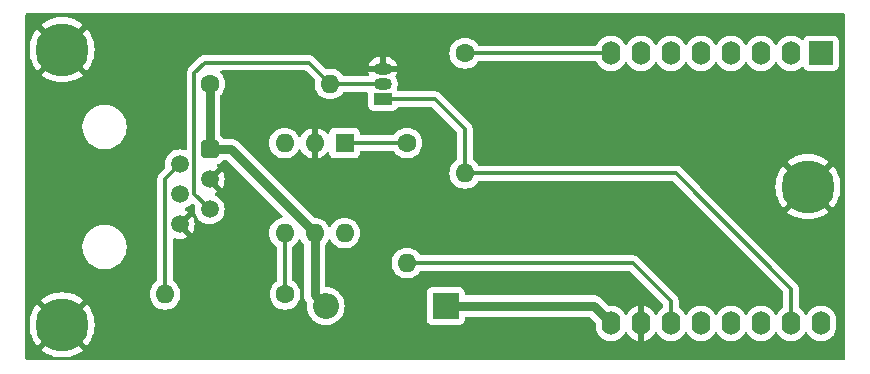
<source format=gbl>
G04 #@! TF.GenerationSoftware,KiCad,Pcbnew,8.0.1*
G04 #@! TF.CreationDate,2024-04-29T21:46:06+02:00*
G04 #@! TF.ProjectId,P1-lezer,50312d6c-657a-4657-922e-6b696361645f,rev?*
G04 #@! TF.SameCoordinates,Original*
G04 #@! TF.FileFunction,Copper,L2,Bot*
G04 #@! TF.FilePolarity,Positive*
%FSLAX46Y46*%
G04 Gerber Fmt 4.6, Leading zero omitted, Abs format (unit mm)*
G04 Created by KiCad (PCBNEW 8.0.1) date 2024-04-29 21:46:06*
%MOMM*%
%LPD*%
G01*
G04 APERTURE LIST*
G04 Aperture macros list*
%AMRoundRect*
0 Rectangle with rounded corners*
0 $1 Rounding radius*
0 $2 $3 $4 $5 $6 $7 $8 $9 X,Y pos of 4 corners*
0 Add a 4 corners polygon primitive as box body*
4,1,4,$2,$3,$4,$5,$6,$7,$8,$9,$2,$3,0*
0 Add four circle primitives for the rounded corners*
1,1,$1+$1,$2,$3*
1,1,$1+$1,$4,$5*
1,1,$1+$1,$6,$7*
1,1,$1+$1,$8,$9*
0 Add four rect primitives between the rounded corners*
20,1,$1+$1,$2,$3,$4,$5,0*
20,1,$1+$1,$4,$5,$6,$7,0*
20,1,$1+$1,$6,$7,$8,$9,0*
20,1,$1+$1,$8,$9,$2,$3,0*%
G04 Aperture macros list end*
G04 #@! TA.AperFunction,ComponentPad*
%ADD10C,1.600000*%
G04 #@! TD*
G04 #@! TA.AperFunction,ComponentPad*
%ADD11O,1.600000X1.600000*%
G04 #@! TD*
G04 #@! TA.AperFunction,ComponentPad*
%ADD12C,3.100000*%
G04 #@! TD*
G04 #@! TA.AperFunction,ConnectorPad*
%ADD13C,4.500000*%
G04 #@! TD*
G04 #@! TA.AperFunction,ComponentPad*
%ADD14R,1.500000X1.050000*%
G04 #@! TD*
G04 #@! TA.AperFunction,ComponentPad*
%ADD15O,1.500000X1.050000*%
G04 #@! TD*
G04 #@! TA.AperFunction,ComponentPad*
%ADD16R,2.000000X2.000000*%
G04 #@! TD*
G04 #@! TA.AperFunction,ComponentPad*
%ADD17O,1.600000X2.000000*%
G04 #@! TD*
G04 #@! TA.AperFunction,ComponentPad*
%ADD18RoundRect,0.250000X-0.510000X0.510000X-0.510000X-0.510000X0.510000X-0.510000X0.510000X0.510000X0*%
G04 #@! TD*
G04 #@! TA.AperFunction,ComponentPad*
%ADD19C,1.520000*%
G04 #@! TD*
G04 #@! TA.AperFunction,ComponentPad*
%ADD20R,1.600000X1.600000*%
G04 #@! TD*
G04 #@! TA.AperFunction,ComponentPad*
%ADD21R,2.200000X2.200000*%
G04 #@! TD*
G04 #@! TA.AperFunction,ComponentPad*
%ADD22O,2.200000X2.200000*%
G04 #@! TD*
G04 #@! TA.AperFunction,Conductor*
%ADD23C,0.300000*%
G04 #@! TD*
G04 #@! TA.AperFunction,Conductor*
%ADD24C,0.800000*%
G04 #@! TD*
G04 APERTURE END LIST*
D10*
X103100000Y-70700000D03*
D11*
X103100000Y-80860000D03*
D12*
X69000000Y-93700000D03*
D13*
X69000000Y-93700000D03*
D10*
X98200000Y-78300000D03*
D11*
X98200000Y-88460000D03*
D14*
X96160000Y-74570000D03*
D15*
X96160000Y-73300000D03*
X96160000Y-72030000D03*
D16*
X133260000Y-70700000D03*
D17*
X130720000Y-70700000D03*
X128180000Y-70700000D03*
X125640000Y-70700000D03*
X123100000Y-70700000D03*
X120560000Y-70700000D03*
X118020000Y-70700000D03*
X115480000Y-70700000D03*
X115480000Y-93560000D03*
X118020000Y-93560000D03*
X120560000Y-93560000D03*
X123100000Y-93560000D03*
X125640000Y-93560000D03*
X128180000Y-93560000D03*
X130720000Y-93560000D03*
X133260000Y-93560000D03*
D10*
X87880000Y-91100000D03*
D11*
X77720000Y-91100000D03*
D18*
X81490000Y-78840000D03*
D19*
X78950000Y-80110000D03*
X81490000Y-81380000D03*
X78950000Y-82650000D03*
X81490000Y-83920000D03*
X78950000Y-85190000D03*
D10*
X81520000Y-73300000D03*
D11*
X91680000Y-73300000D03*
D20*
X92925000Y-78300000D03*
D11*
X90385000Y-78300000D03*
X87845000Y-78300000D03*
X87845000Y-85920000D03*
X90385000Y-85920000D03*
X92925000Y-85920000D03*
D21*
X101480000Y-92100000D03*
D22*
X91320000Y-92100000D03*
D12*
X132150000Y-82000000D03*
D13*
X132150000Y-82000000D03*
D12*
X69000000Y-70400000D03*
D13*
X69000000Y-70400000D03*
D23*
X81100000Y-71500000D02*
X89880000Y-71500000D01*
X80200000Y-72400000D02*
X81100000Y-71500000D01*
X89880000Y-71500000D02*
X91680000Y-73300000D01*
X80200000Y-82630000D02*
X80200000Y-72400000D01*
X81490000Y-83920000D02*
X80200000Y-82630000D01*
X100570000Y-74570000D02*
X103100000Y-77100000D01*
X120960000Y-80860000D02*
X130720000Y-90620000D01*
X103100000Y-77100000D02*
X103100000Y-80860000D01*
X103100000Y-80860000D02*
X120960000Y-80860000D01*
X96160000Y-74570000D02*
X100570000Y-74570000D01*
X130720000Y-93560000D02*
X130720000Y-90620000D01*
D24*
X81490000Y-73330000D02*
X81520000Y-73300000D01*
X81490000Y-78840000D02*
X83305000Y-78840000D01*
X90385000Y-85920000D02*
X90385000Y-91165000D01*
X90385000Y-91165000D02*
X91320000Y-92100000D01*
X81490000Y-78840000D02*
X81490000Y-73330000D01*
X83305000Y-78840000D02*
X90385000Y-85920000D01*
D23*
X91680000Y-73300000D02*
X96160000Y-73300000D01*
X87845000Y-85920000D02*
X87845000Y-91065000D01*
X87845000Y-91065000D02*
X87880000Y-91100000D01*
X103100000Y-70700000D02*
X115480000Y-70700000D01*
X117360000Y-88460000D02*
X98200000Y-88460000D01*
X120560000Y-91660000D02*
X117360000Y-88460000D01*
X120560000Y-93560000D02*
X120560000Y-91660000D01*
X98200000Y-78300000D02*
X92925000Y-78300000D01*
X77720000Y-81340000D02*
X78950000Y-80110000D01*
X77720000Y-91100000D02*
X77720000Y-81340000D01*
D24*
X114020000Y-92100000D02*
X115480000Y-93560000D01*
X101480000Y-92100000D02*
X114020000Y-92100000D01*
G04 #@! TA.AperFunction,Conductor*
G36*
X135242539Y-67320185D02*
G01*
X135288294Y-67372989D01*
X135299500Y-67424500D01*
X135299500Y-96575500D01*
X135279815Y-96642539D01*
X135227011Y-96688294D01*
X135175500Y-96699500D01*
X69062041Y-96699500D01*
X68995123Y-96679850D01*
X68965647Y-96696369D01*
X68937959Y-96699500D01*
X66024500Y-96699500D01*
X65957461Y-96679815D01*
X65911706Y-96627011D01*
X65900500Y-96575500D01*
X65900500Y-93700000D01*
X66244974Y-93700000D01*
X66265060Y-94032076D01*
X66325032Y-94359329D01*
X66423999Y-94676928D01*
X66424005Y-94676943D01*
X66560543Y-94980319D01*
X66560545Y-94980321D01*
X66732657Y-95265031D01*
X66732662Y-95265039D01*
X66885862Y-95460583D01*
X67287766Y-95058679D01*
X67349089Y-95025194D01*
X67418780Y-95030178D01*
X67466071Y-95061724D01*
X67597155Y-95202081D01*
X67597155Y-95202082D01*
X67630802Y-95229456D01*
X67670382Y-95287033D01*
X67672550Y-95356869D01*
X67640227Y-95413324D01*
X67239415Y-95814136D01*
X67239415Y-95814137D01*
X67434960Y-95967337D01*
X67434968Y-95967342D01*
X67719678Y-96139454D01*
X67719680Y-96139456D01*
X68023056Y-96275994D01*
X68023071Y-96276000D01*
X68340670Y-96374967D01*
X68667923Y-96434939D01*
X68945446Y-96451726D01*
X69002541Y-96472309D01*
X69027106Y-96456523D01*
X69054554Y-96451726D01*
X69332076Y-96434939D01*
X69659329Y-96374967D01*
X69976928Y-96276000D01*
X69976943Y-96275994D01*
X70280319Y-96139456D01*
X70280321Y-96139454D01*
X70565030Y-95967343D01*
X70760583Y-95814137D01*
X70760583Y-95814136D01*
X70359771Y-95413324D01*
X70326286Y-95352001D01*
X70331270Y-95282309D01*
X70369197Y-95229455D01*
X70402845Y-95202081D01*
X70533930Y-95061721D01*
X70594071Y-95026165D01*
X70663892Y-95028766D01*
X70712232Y-95058679D01*
X71114136Y-95460583D01*
X71114137Y-95460583D01*
X71267343Y-95265030D01*
X71439454Y-94980321D01*
X71439456Y-94980319D01*
X71575994Y-94676943D01*
X71576000Y-94676928D01*
X71674967Y-94359329D01*
X71734939Y-94032076D01*
X71755025Y-93700000D01*
X71734939Y-93367923D01*
X71674967Y-93040670D01*
X71576000Y-92723071D01*
X71575994Y-92723056D01*
X71439456Y-92419680D01*
X71439454Y-92419678D01*
X71267342Y-92134968D01*
X71267337Y-92134960D01*
X71114136Y-91939415D01*
X70712232Y-92341319D01*
X70650909Y-92374804D01*
X70581217Y-92369820D01*
X70533927Y-92338274D01*
X70402844Y-92197918D01*
X70402843Y-92197917D01*
X70369196Y-92170542D01*
X70329616Y-92112964D01*
X70327448Y-92043128D01*
X70359771Y-91986674D01*
X70760583Y-91585862D01*
X70760583Y-91585861D01*
X70565039Y-91432662D01*
X70565031Y-91432657D01*
X70280321Y-91260545D01*
X70280319Y-91260543D01*
X69976943Y-91124005D01*
X69976928Y-91123999D01*
X69899915Y-91100001D01*
X76414532Y-91100001D01*
X76434364Y-91326686D01*
X76434366Y-91326697D01*
X76493258Y-91546488D01*
X76493261Y-91546497D01*
X76589431Y-91752732D01*
X76589432Y-91752734D01*
X76719954Y-91939141D01*
X76880858Y-92100045D01*
X76906058Y-92117690D01*
X77067266Y-92230568D01*
X77273504Y-92326739D01*
X77493308Y-92385635D01*
X77655230Y-92399801D01*
X77719998Y-92405468D01*
X77720000Y-92405468D01*
X77720002Y-92405468D01*
X77776673Y-92400509D01*
X77946692Y-92385635D01*
X78166496Y-92326739D01*
X78372734Y-92230568D01*
X78559139Y-92100047D01*
X78720047Y-91939139D01*
X78850568Y-91752734D01*
X78946739Y-91546496D01*
X79005635Y-91326692D01*
X79025468Y-91100000D01*
X79005635Y-90873308D01*
X78946739Y-90653504D01*
X78850568Y-90447266D01*
X78752839Y-90307693D01*
X78720045Y-90260858D01*
X78559140Y-90099953D01*
X78423377Y-90004891D01*
X78379752Y-89950314D01*
X78370500Y-89903316D01*
X78370500Y-86500770D01*
X78390185Y-86433731D01*
X78442989Y-86387976D01*
X78512147Y-86378032D01*
X78526594Y-86380995D01*
X78730366Y-86435597D01*
X78730373Y-86435598D01*
X78949998Y-86454813D01*
X78950002Y-86454813D01*
X79169626Y-86435598D01*
X79169634Y-86435597D01*
X79382587Y-86378536D01*
X79382598Y-86378532D01*
X79582402Y-86285362D01*
X79582410Y-86285358D01*
X79646751Y-86240305D01*
X78976446Y-85570000D01*
X79000028Y-85570000D01*
X79096675Y-85544104D01*
X79183325Y-85494076D01*
X79254076Y-85423325D01*
X79304104Y-85336675D01*
X79330000Y-85240028D01*
X79330000Y-85216447D01*
X80000304Y-85886751D01*
X80000305Y-85886751D01*
X80045358Y-85822410D01*
X80045362Y-85822402D01*
X80138532Y-85622598D01*
X80138536Y-85622587D01*
X80195597Y-85409634D01*
X80195598Y-85409626D01*
X80214813Y-85190001D01*
X80214813Y-85189998D01*
X80195598Y-84970373D01*
X80195597Y-84970366D01*
X80138533Y-84757404D01*
X80045360Y-84557595D01*
X80045359Y-84557593D01*
X80000304Y-84493248D01*
X80000304Y-84493247D01*
X79330000Y-85163551D01*
X79330000Y-85139972D01*
X79304104Y-85043325D01*
X79254076Y-84956675D01*
X79183325Y-84885924D01*
X79096675Y-84835896D01*
X79000028Y-84810000D01*
X78976447Y-84810000D01*
X79646751Y-84139694D01*
X79582402Y-84094638D01*
X79449485Y-84032657D01*
X79397046Y-83986484D01*
X79377894Y-83919291D01*
X79398110Y-83852410D01*
X79449481Y-83807895D01*
X79582658Y-83745795D01*
X79763329Y-83619288D01*
X79919288Y-83463329D01*
X79919288Y-83463327D01*
X79920855Y-83461462D01*
X79921754Y-83460863D01*
X79923117Y-83459501D01*
X79923390Y-83459774D01*
X79979023Y-83422754D01*
X80048883Y-83421640D01*
X80103532Y-83453478D01*
X80215775Y-83565721D01*
X80249260Y-83627044D01*
X80247870Y-83685490D01*
X80243910Y-83700269D01*
X80243907Y-83700286D01*
X80224685Y-83919998D01*
X80224685Y-83920001D01*
X80243907Y-84139714D01*
X80243909Y-84139724D01*
X80300990Y-84352755D01*
X80300995Y-84352769D01*
X80394203Y-84552654D01*
X80394207Y-84552662D01*
X80520712Y-84733330D01*
X80676669Y-84889287D01*
X80857337Y-85015792D01*
X80857339Y-85015793D01*
X80857342Y-85015795D01*
X80916381Y-85043325D01*
X81057230Y-85109004D01*
X81057232Y-85109004D01*
X81057237Y-85109007D01*
X81270280Y-85166092D01*
X81427222Y-85179822D01*
X81489998Y-85185315D01*
X81490000Y-85185315D01*
X81490002Y-85185315D01*
X81544930Y-85180509D01*
X81709720Y-85166092D01*
X81922763Y-85109007D01*
X82122658Y-85015795D01*
X82303329Y-84889288D01*
X82459288Y-84733329D01*
X82585795Y-84552658D01*
X82679007Y-84352763D01*
X82736092Y-84139720D01*
X82755315Y-83920000D01*
X82736092Y-83700280D01*
X82682985Y-83502082D01*
X82679009Y-83487244D01*
X82679008Y-83487243D01*
X82679007Y-83487237D01*
X82585795Y-83287343D01*
X82459288Y-83106671D01*
X82459286Y-83106668D01*
X82303330Y-82950712D01*
X82122662Y-82824207D01*
X82122654Y-82824203D01*
X81989486Y-82762106D01*
X81937046Y-82715934D01*
X81917894Y-82648740D01*
X81938110Y-82581859D01*
X81989486Y-82537342D01*
X82122402Y-82475362D01*
X82122410Y-82475358D01*
X82186751Y-82430305D01*
X81516446Y-81760000D01*
X81540028Y-81760000D01*
X81636675Y-81734104D01*
X81723325Y-81684076D01*
X81794076Y-81613325D01*
X81844104Y-81526675D01*
X81870000Y-81430028D01*
X81870000Y-81406447D01*
X82540304Y-82076751D01*
X82540305Y-82076751D01*
X82585358Y-82012410D01*
X82585362Y-82012402D01*
X82678532Y-81812598D01*
X82678536Y-81812587D01*
X82735597Y-81599634D01*
X82735598Y-81599626D01*
X82754813Y-81380001D01*
X82754813Y-81379998D01*
X82735598Y-81160373D01*
X82735597Y-81160366D01*
X82678533Y-80947404D01*
X82585360Y-80747595D01*
X82585359Y-80747593D01*
X82540304Y-80683248D01*
X82540304Y-80683247D01*
X81870000Y-81353551D01*
X81870000Y-81329972D01*
X81844104Y-81233325D01*
X81794076Y-81146675D01*
X81723325Y-81075924D01*
X81636675Y-81025896D01*
X81540028Y-81000000D01*
X81516447Y-81000000D01*
X82186751Y-80329694D01*
X82145738Y-80300977D01*
X82102112Y-80246400D01*
X82094918Y-80176902D01*
X82126440Y-80114547D01*
X82177855Y-80081695D01*
X82319334Y-80034814D01*
X82468656Y-79942712D01*
X82592712Y-79818656D01*
X82597652Y-79810646D01*
X82604588Y-79799403D01*
X82656536Y-79752678D01*
X82710126Y-79740500D01*
X82880638Y-79740500D01*
X82947677Y-79760185D01*
X82968319Y-79776819D01*
X87630134Y-84438634D01*
X87663619Y-84499957D01*
X87658635Y-84569649D01*
X87616763Y-84625582D01*
X87574547Y-84646090D01*
X87398509Y-84693259D01*
X87398502Y-84693261D01*
X87192267Y-84789431D01*
X87192265Y-84789432D01*
X87005858Y-84919954D01*
X86844954Y-85080858D01*
X86714432Y-85267265D01*
X86714431Y-85267267D01*
X86618261Y-85473502D01*
X86618258Y-85473511D01*
X86559366Y-85693302D01*
X86559364Y-85693313D01*
X86539532Y-85919998D01*
X86539532Y-85920001D01*
X86559364Y-86146686D01*
X86559366Y-86146697D01*
X86618258Y-86366488D01*
X86618261Y-86366497D01*
X86714431Y-86572732D01*
X86714432Y-86572734D01*
X86844954Y-86759141D01*
X87005855Y-86920042D01*
X87005858Y-86920044D01*
X87005861Y-86920047D01*
X87141626Y-87015109D01*
X87185248Y-87069683D01*
X87194500Y-87116682D01*
X87194500Y-89927823D01*
X87174815Y-89994862D01*
X87141624Y-90029398D01*
X87040856Y-90099956D01*
X86879954Y-90260858D01*
X86749432Y-90447265D01*
X86749431Y-90447267D01*
X86653261Y-90653502D01*
X86653258Y-90653511D01*
X86594366Y-90873302D01*
X86594364Y-90873313D01*
X86574532Y-91099998D01*
X86574532Y-91100001D01*
X86594364Y-91326686D01*
X86594366Y-91326697D01*
X86653258Y-91546488D01*
X86653261Y-91546497D01*
X86749431Y-91752732D01*
X86749432Y-91752734D01*
X86879954Y-91939141D01*
X87040858Y-92100045D01*
X87066058Y-92117690D01*
X87227266Y-92230568D01*
X87433504Y-92326739D01*
X87653308Y-92385635D01*
X87815230Y-92399801D01*
X87879998Y-92405468D01*
X87880000Y-92405468D01*
X87880002Y-92405468D01*
X87936673Y-92400509D01*
X88106692Y-92385635D01*
X88326496Y-92326739D01*
X88532734Y-92230568D01*
X88719139Y-92100047D01*
X88880047Y-91939139D01*
X89010568Y-91752734D01*
X89106739Y-91546496D01*
X89165635Y-91326692D01*
X89185468Y-91100000D01*
X89165635Y-90873308D01*
X89106739Y-90653504D01*
X89010568Y-90447266D01*
X88912839Y-90307693D01*
X88880045Y-90260858D01*
X88719140Y-90099953D01*
X88548377Y-89980384D01*
X88504752Y-89925807D01*
X88495500Y-89878809D01*
X88495500Y-87116682D01*
X88515185Y-87049643D01*
X88548371Y-87015111D01*
X88684139Y-86920047D01*
X88845047Y-86759139D01*
X88975568Y-86572734D01*
X89002618Y-86514724D01*
X89048790Y-86462285D01*
X89115983Y-86443133D01*
X89182865Y-86463348D01*
X89227382Y-86514725D01*
X89254429Y-86572728D01*
X89254432Y-86572734D01*
X89384951Y-86759137D01*
X89384952Y-86759138D01*
X89384953Y-86759139D01*
X89448182Y-86822368D01*
X89481666Y-86883689D01*
X89484500Y-86910048D01*
X89484500Y-91253696D01*
X89519103Y-91427659D01*
X89519104Y-91427663D01*
X89519105Y-91427666D01*
X89536747Y-91470256D01*
X89586983Y-91591540D01*
X89586990Y-91591552D01*
X89641715Y-91673453D01*
X89641716Y-91673454D01*
X89685537Y-91739038D01*
X89698347Y-91751848D01*
X89731832Y-91813171D01*
X89734284Y-91849257D01*
X89714551Y-92099999D01*
X89734317Y-92351151D01*
X89793126Y-92596110D01*
X89889533Y-92828859D01*
X90021160Y-93043653D01*
X90021161Y-93043656D01*
X90039460Y-93065081D01*
X90184776Y-93235224D01*
X90333066Y-93361875D01*
X90376343Y-93398838D01*
X90376346Y-93398839D01*
X90591140Y-93530466D01*
X90721258Y-93584362D01*
X90823889Y-93626873D01*
X91068852Y-93685683D01*
X91320000Y-93705449D01*
X91571148Y-93685683D01*
X91816111Y-93626873D01*
X92048859Y-93530466D01*
X92263659Y-93398836D01*
X92455224Y-93235224D01*
X92618836Y-93043659D01*
X92750466Y-92828859D01*
X92846873Y-92596111D01*
X92905683Y-92351148D01*
X92925449Y-92100000D01*
X92905683Y-91848852D01*
X92846873Y-91603889D01*
X92775947Y-91432657D01*
X92750466Y-91371140D01*
X92618839Y-91156346D01*
X92618838Y-91156343D01*
X92570716Y-91100000D01*
X92455224Y-90964776D01*
X92324500Y-90853127D01*
X92263656Y-90801161D01*
X92263653Y-90801160D01*
X92048859Y-90669533D01*
X91816110Y-90573126D01*
X91637066Y-90530142D01*
X91571148Y-90514317D01*
X91420690Y-90502475D01*
X91399770Y-90500829D01*
X91334482Y-90475945D01*
X91293012Y-90419713D01*
X91285500Y-90377211D01*
X91285500Y-86910048D01*
X91305185Y-86843009D01*
X91321814Y-86822371D01*
X91385047Y-86759139D01*
X91515568Y-86572734D01*
X91542618Y-86514724D01*
X91588790Y-86462285D01*
X91655983Y-86443133D01*
X91722865Y-86463348D01*
X91767382Y-86514725D01*
X91794429Y-86572728D01*
X91794432Y-86572734D01*
X91924954Y-86759141D01*
X92085858Y-86920045D01*
X92085861Y-86920047D01*
X92272266Y-87050568D01*
X92478504Y-87146739D01*
X92698308Y-87205635D01*
X92860230Y-87219801D01*
X92924998Y-87225468D01*
X92925000Y-87225468D01*
X92925002Y-87225468D01*
X92981673Y-87220509D01*
X93151692Y-87205635D01*
X93371496Y-87146739D01*
X93577734Y-87050568D01*
X93764139Y-86920047D01*
X93925047Y-86759139D01*
X94055568Y-86572734D01*
X94151739Y-86366496D01*
X94210635Y-86146692D01*
X94230468Y-85920000D01*
X94210635Y-85693308D01*
X94151739Y-85473504D01*
X94055568Y-85267266D01*
X93925047Y-85080861D01*
X93925045Y-85080858D01*
X93764141Y-84919954D01*
X93577734Y-84789432D01*
X93577732Y-84789431D01*
X93371497Y-84693261D01*
X93371488Y-84693258D01*
X93151697Y-84634366D01*
X93151693Y-84634365D01*
X93151692Y-84634365D01*
X93151691Y-84634364D01*
X93151686Y-84634364D01*
X92925002Y-84614532D01*
X92924998Y-84614532D01*
X92698313Y-84634364D01*
X92698302Y-84634366D01*
X92478511Y-84693258D01*
X92478502Y-84693261D01*
X92272267Y-84789431D01*
X92272265Y-84789432D01*
X92085858Y-84919954D01*
X91924954Y-85080858D01*
X91794432Y-85267265D01*
X91794431Y-85267267D01*
X91767382Y-85325275D01*
X91721209Y-85377714D01*
X91654016Y-85396866D01*
X91587135Y-85376650D01*
X91542618Y-85325275D01*
X91540262Y-85320222D01*
X91515568Y-85267266D01*
X91385047Y-85080861D01*
X91385045Y-85080858D01*
X91224141Y-84919954D01*
X91037734Y-84789432D01*
X91037732Y-84789431D01*
X90831497Y-84693261D01*
X90831488Y-84693258D01*
X90611697Y-84634366D01*
X90611687Y-84634364D01*
X90394926Y-84615400D01*
X90329858Y-84589947D01*
X90318053Y-84579553D01*
X84038501Y-78300001D01*
X86539532Y-78300001D01*
X86559364Y-78526686D01*
X86559366Y-78526697D01*
X86618258Y-78746488D01*
X86618261Y-78746497D01*
X86714431Y-78952732D01*
X86714432Y-78952734D01*
X86844954Y-79139141D01*
X87005858Y-79300045D01*
X87005861Y-79300047D01*
X87192266Y-79430568D01*
X87398504Y-79526739D01*
X87618308Y-79585635D01*
X87780230Y-79599801D01*
X87844998Y-79605468D01*
X87845000Y-79605468D01*
X87845002Y-79605468D01*
X87901807Y-79600498D01*
X88071692Y-79585635D01*
X88291496Y-79526739D01*
X88497734Y-79430568D01*
X88684139Y-79300047D01*
X88845047Y-79139139D01*
X88975568Y-78952734D01*
X89002895Y-78894129D01*
X89049064Y-78841695D01*
X89116257Y-78822542D01*
X89183139Y-78842757D01*
X89227657Y-78894133D01*
X89254865Y-78952482D01*
X89385342Y-79138820D01*
X89546179Y-79299657D01*
X89732517Y-79430134D01*
X89938673Y-79526265D01*
X89938682Y-79526269D01*
X90134999Y-79578872D01*
X90135000Y-79578871D01*
X90135000Y-78615686D01*
X90139394Y-78620080D01*
X90230606Y-78672741D01*
X90332339Y-78700000D01*
X90437661Y-78700000D01*
X90539394Y-78672741D01*
X90630606Y-78620080D01*
X90635000Y-78615686D01*
X90635000Y-79578872D01*
X90831317Y-79526269D01*
X90831326Y-79526265D01*
X91037482Y-79430134D01*
X91223820Y-79299657D01*
X91384658Y-79138819D01*
X91402190Y-79113781D01*
X91456766Y-79070155D01*
X91526264Y-79062961D01*
X91588619Y-79094482D01*
X91624034Y-79154712D01*
X91627055Y-79171647D01*
X91630907Y-79207480D01*
X91681202Y-79342328D01*
X91681206Y-79342335D01*
X91767452Y-79457544D01*
X91767455Y-79457547D01*
X91882664Y-79543793D01*
X91882671Y-79543797D01*
X92017517Y-79594091D01*
X92017516Y-79594091D01*
X92024444Y-79594835D01*
X92077127Y-79600500D01*
X93772872Y-79600499D01*
X93832483Y-79594091D01*
X93967331Y-79543796D01*
X94082546Y-79457546D01*
X94168796Y-79342331D01*
X94219091Y-79207483D01*
X94225500Y-79147873D01*
X94225500Y-79074500D01*
X94245185Y-79007461D01*
X94297989Y-78961706D01*
X94349500Y-78950500D01*
X97003317Y-78950500D01*
X97070356Y-78970185D01*
X97104892Y-79003377D01*
X97199954Y-79139141D01*
X97360858Y-79300045D01*
X97360861Y-79300047D01*
X97547266Y-79430568D01*
X97753504Y-79526739D01*
X97973308Y-79585635D01*
X98135230Y-79599801D01*
X98199998Y-79605468D01*
X98200000Y-79605468D01*
X98200002Y-79605468D01*
X98256807Y-79600498D01*
X98426692Y-79585635D01*
X98646496Y-79526739D01*
X98852734Y-79430568D01*
X99039139Y-79300047D01*
X99200047Y-79139139D01*
X99330568Y-78952734D01*
X99426739Y-78746496D01*
X99485635Y-78526692D01*
X99505468Y-78300000D01*
X99485635Y-78073308D01*
X99428840Y-77861344D01*
X99426741Y-77853511D01*
X99426738Y-77853502D01*
X99391277Y-77777457D01*
X99330568Y-77647266D01*
X99200047Y-77460861D01*
X99200045Y-77460858D01*
X99039141Y-77299954D01*
X98852734Y-77169432D01*
X98852732Y-77169431D01*
X98646497Y-77073261D01*
X98646488Y-77073258D01*
X98426697Y-77014366D01*
X98426693Y-77014365D01*
X98426692Y-77014365D01*
X98426691Y-77014364D01*
X98426686Y-77014364D01*
X98200002Y-76994532D01*
X98199998Y-76994532D01*
X97973313Y-77014364D01*
X97973302Y-77014366D01*
X97753511Y-77073258D01*
X97753502Y-77073261D01*
X97547267Y-77169431D01*
X97547265Y-77169432D01*
X97360858Y-77299954D01*
X97199954Y-77460858D01*
X97104892Y-77596623D01*
X97050315Y-77640248D01*
X97003317Y-77649500D01*
X94349499Y-77649500D01*
X94282460Y-77629815D01*
X94236705Y-77577011D01*
X94225499Y-77525500D01*
X94225499Y-77452129D01*
X94225498Y-77452123D01*
X94219091Y-77392516D01*
X94168797Y-77257671D01*
X94168793Y-77257664D01*
X94082547Y-77142455D01*
X94082544Y-77142452D01*
X93967335Y-77056206D01*
X93967328Y-77056202D01*
X93832482Y-77005908D01*
X93832483Y-77005908D01*
X93772883Y-76999501D01*
X93772881Y-76999500D01*
X93772873Y-76999500D01*
X93772864Y-76999500D01*
X92077129Y-76999500D01*
X92077123Y-76999501D01*
X92017516Y-77005908D01*
X91882671Y-77056202D01*
X91882664Y-77056206D01*
X91767455Y-77142452D01*
X91767452Y-77142455D01*
X91681206Y-77257664D01*
X91681202Y-77257671D01*
X91630908Y-77392517D01*
X91627056Y-77428352D01*
X91600318Y-77492903D01*
X91542926Y-77532752D01*
X91473101Y-77535245D01*
X91413012Y-77499593D01*
X91402192Y-77486221D01*
X91384657Y-77461179D01*
X91223820Y-77300342D01*
X91037482Y-77169865D01*
X90831328Y-77073734D01*
X90635000Y-77021127D01*
X90635000Y-77984314D01*
X90630606Y-77979920D01*
X90539394Y-77927259D01*
X90437661Y-77900000D01*
X90332339Y-77900000D01*
X90230606Y-77927259D01*
X90139394Y-77979920D01*
X90135000Y-77984314D01*
X90135000Y-77021127D01*
X89938671Y-77073734D01*
X89732517Y-77169865D01*
X89546179Y-77300342D01*
X89385342Y-77461179D01*
X89254867Y-77647515D01*
X89227657Y-77705867D01*
X89181484Y-77758306D01*
X89114290Y-77777457D01*
X89047409Y-77757241D01*
X89002893Y-77705865D01*
X88995066Y-77689081D01*
X88975568Y-77647266D01*
X88845047Y-77460861D01*
X88845045Y-77460858D01*
X88684141Y-77299954D01*
X88497734Y-77169432D01*
X88497732Y-77169431D01*
X88291497Y-77073261D01*
X88291488Y-77073258D01*
X88071697Y-77014366D01*
X88071693Y-77014365D01*
X88071692Y-77014365D01*
X88071691Y-77014364D01*
X88071686Y-77014364D01*
X87845002Y-76994532D01*
X87844998Y-76994532D01*
X87618313Y-77014364D01*
X87618302Y-77014366D01*
X87398511Y-77073258D01*
X87398502Y-77073261D01*
X87192267Y-77169431D01*
X87192265Y-77169432D01*
X87005858Y-77299954D01*
X86844954Y-77460858D01*
X86714432Y-77647265D01*
X86714431Y-77647267D01*
X86618261Y-77853502D01*
X86618258Y-77853511D01*
X86559366Y-78073302D01*
X86559364Y-78073313D01*
X86539532Y-78299998D01*
X86539532Y-78300001D01*
X84038501Y-78300001D01*
X83879035Y-78140535D01*
X83879030Y-78140531D01*
X83819961Y-78101064D01*
X83819960Y-78101063D01*
X83731544Y-78041985D01*
X83731542Y-78041984D01*
X83649607Y-78008046D01*
X83649606Y-78008046D01*
X83567666Y-77974105D01*
X83567658Y-77974103D01*
X83393696Y-77939500D01*
X83393692Y-77939500D01*
X83393691Y-77939500D01*
X82710126Y-77939500D01*
X82643087Y-77919815D01*
X82604588Y-77880597D01*
X82592714Y-77861347D01*
X82592711Y-77861343D01*
X82468656Y-77737288D01*
X82468652Y-77737285D01*
X82449403Y-77725412D01*
X82402678Y-77673464D01*
X82390500Y-77619874D01*
X82390500Y-74320048D01*
X82410185Y-74253009D01*
X82426814Y-74232371D01*
X82520047Y-74139139D01*
X82650568Y-73952734D01*
X82746739Y-73746496D01*
X82805635Y-73526692D01*
X82825468Y-73300000D01*
X82805635Y-73073308D01*
X82746739Y-72853504D01*
X82650568Y-72647266D01*
X82520047Y-72460861D01*
X82520045Y-72460858D01*
X82421368Y-72362181D01*
X82387883Y-72300858D01*
X82392867Y-72231166D01*
X82434739Y-72175233D01*
X82500203Y-72150816D01*
X82509049Y-72150500D01*
X89559192Y-72150500D01*
X89626231Y-72170185D01*
X89646873Y-72186819D01*
X90373115Y-72913061D01*
X90406600Y-72974384D01*
X90405209Y-73032834D01*
X90394367Y-73073299D01*
X90394364Y-73073313D01*
X90374532Y-73299998D01*
X90374532Y-73300001D01*
X90394364Y-73526686D01*
X90394366Y-73526697D01*
X90453258Y-73746488D01*
X90453261Y-73746497D01*
X90549431Y-73952732D01*
X90549432Y-73952734D01*
X90679954Y-74139141D01*
X90840858Y-74300045D01*
X90840861Y-74300047D01*
X91027266Y-74430568D01*
X91233504Y-74526739D01*
X91453308Y-74585635D01*
X91615230Y-74599801D01*
X91679998Y-74605468D01*
X91680000Y-74605468D01*
X91680002Y-74605468D01*
X91736673Y-74600509D01*
X91906692Y-74585635D01*
X92126496Y-74526739D01*
X92332734Y-74430568D01*
X92519139Y-74300047D01*
X92680047Y-74139139D01*
X92744255Y-74047438D01*
X92775108Y-74003377D01*
X92829685Y-73959752D01*
X92876683Y-73950500D01*
X94785500Y-73950500D01*
X94852539Y-73970185D01*
X94898294Y-74022989D01*
X94909500Y-74074500D01*
X94909500Y-75142870D01*
X94909501Y-75142876D01*
X94915908Y-75202483D01*
X94966202Y-75337328D01*
X94966206Y-75337335D01*
X95052452Y-75452544D01*
X95052455Y-75452547D01*
X95167664Y-75538793D01*
X95167671Y-75538797D01*
X95302517Y-75589091D01*
X95302516Y-75589091D01*
X95309444Y-75589835D01*
X95362127Y-75595500D01*
X96957872Y-75595499D01*
X97017483Y-75589091D01*
X97152331Y-75538796D01*
X97267546Y-75452546D01*
X97353796Y-75337331D01*
X97367285Y-75301166D01*
X97409157Y-75245233D01*
X97474621Y-75220816D01*
X97483467Y-75220500D01*
X100249192Y-75220500D01*
X100316231Y-75240185D01*
X100336873Y-75256819D01*
X102413181Y-77333127D01*
X102446666Y-77394450D01*
X102449500Y-77420808D01*
X102449500Y-79663316D01*
X102429815Y-79730355D01*
X102396623Y-79764891D01*
X102260859Y-79859953D01*
X102099954Y-80020858D01*
X101969432Y-80207265D01*
X101969431Y-80207267D01*
X101873261Y-80413502D01*
X101873258Y-80413511D01*
X101814366Y-80633302D01*
X101814364Y-80633313D01*
X101794532Y-80859998D01*
X101794532Y-80860001D01*
X101814364Y-81086686D01*
X101814366Y-81086697D01*
X101873258Y-81306488D01*
X101873261Y-81306497D01*
X101969431Y-81512732D01*
X101969432Y-81512734D01*
X102099954Y-81699141D01*
X102260858Y-81860045D01*
X102260861Y-81860047D01*
X102447266Y-81990568D01*
X102653504Y-82086739D01*
X102873308Y-82145635D01*
X103035230Y-82159801D01*
X103099998Y-82165468D01*
X103100000Y-82165468D01*
X103100002Y-82165468D01*
X103156673Y-82160509D01*
X103326692Y-82145635D01*
X103546496Y-82086739D01*
X103752734Y-81990568D01*
X103939139Y-81860047D01*
X104100047Y-81699139D01*
X104195108Y-81563377D01*
X104249685Y-81519752D01*
X104296683Y-81510500D01*
X120639192Y-81510500D01*
X120706231Y-81530185D01*
X120726873Y-81546819D01*
X130033181Y-90853127D01*
X130066666Y-90914450D01*
X130069500Y-90940808D01*
X130069500Y-92161928D01*
X130049815Y-92228967D01*
X130018385Y-92262246D01*
X129872787Y-92368028D01*
X129872782Y-92368032D01*
X129728028Y-92512786D01*
X129607715Y-92678386D01*
X129560485Y-92771080D01*
X129512510Y-92821876D01*
X129444689Y-92838671D01*
X129378554Y-92816134D01*
X129339515Y-92771080D01*
X129292419Y-92678650D01*
X129292287Y-92678390D01*
X129258659Y-92632104D01*
X129171971Y-92512786D01*
X129027213Y-92368028D01*
X128861613Y-92247715D01*
X128861612Y-92247714D01*
X128861610Y-92247713D01*
X128781542Y-92206916D01*
X128679223Y-92154781D01*
X128484534Y-92091522D01*
X128309995Y-92063878D01*
X128282352Y-92059500D01*
X128077648Y-92059500D01*
X128053329Y-92063351D01*
X127875465Y-92091522D01*
X127680776Y-92154781D01*
X127498386Y-92247715D01*
X127332786Y-92368028D01*
X127188028Y-92512786D01*
X127067715Y-92678386D01*
X127020485Y-92771080D01*
X126972510Y-92821876D01*
X126904689Y-92838671D01*
X126838554Y-92816134D01*
X126799515Y-92771080D01*
X126752419Y-92678650D01*
X126752287Y-92678390D01*
X126718659Y-92632104D01*
X126631971Y-92512786D01*
X126487213Y-92368028D01*
X126321613Y-92247715D01*
X126321612Y-92247714D01*
X126321610Y-92247713D01*
X126241542Y-92206916D01*
X126139223Y-92154781D01*
X125944534Y-92091522D01*
X125769995Y-92063878D01*
X125742352Y-92059500D01*
X125537648Y-92059500D01*
X125513329Y-92063351D01*
X125335465Y-92091522D01*
X125140776Y-92154781D01*
X124958386Y-92247715D01*
X124792786Y-92368028D01*
X124648028Y-92512786D01*
X124527715Y-92678386D01*
X124480485Y-92771080D01*
X124432510Y-92821876D01*
X124364689Y-92838671D01*
X124298554Y-92816134D01*
X124259515Y-92771080D01*
X124212419Y-92678650D01*
X124212287Y-92678390D01*
X124178659Y-92632104D01*
X124091971Y-92512786D01*
X123947213Y-92368028D01*
X123781613Y-92247715D01*
X123781612Y-92247714D01*
X123781610Y-92247713D01*
X123701542Y-92206916D01*
X123599223Y-92154781D01*
X123404534Y-92091522D01*
X123229995Y-92063878D01*
X123202352Y-92059500D01*
X122997648Y-92059500D01*
X122973329Y-92063351D01*
X122795465Y-92091522D01*
X122600776Y-92154781D01*
X122418386Y-92247715D01*
X122252786Y-92368028D01*
X122108028Y-92512786D01*
X121987715Y-92678386D01*
X121940485Y-92771080D01*
X121892510Y-92821876D01*
X121824689Y-92838671D01*
X121758554Y-92816134D01*
X121719515Y-92771080D01*
X121672419Y-92678650D01*
X121672287Y-92678390D01*
X121638659Y-92632104D01*
X121551971Y-92512786D01*
X121407217Y-92368032D01*
X121407212Y-92368028D01*
X121261615Y-92262246D01*
X121218949Y-92206916D01*
X121210500Y-92161928D01*
X121210500Y-91595928D01*
X121185501Y-91470256D01*
X121185499Y-91470251D01*
X121136466Y-91351875D01*
X121136461Y-91351867D01*
X121103133Y-91301988D01*
X121103133Y-91301987D01*
X121065277Y-91245331D01*
X121065271Y-91245324D01*
X117774673Y-87954726D01*
X117739591Y-87931285D01*
X117668127Y-87883535D01*
X117549744Y-87834499D01*
X117549738Y-87834497D01*
X117424071Y-87809500D01*
X117424069Y-87809500D01*
X99396683Y-87809500D01*
X99329644Y-87789815D01*
X99295108Y-87756623D01*
X99200045Y-87620858D01*
X99039141Y-87459954D01*
X98852734Y-87329432D01*
X98852732Y-87329431D01*
X98646497Y-87233261D01*
X98646488Y-87233258D01*
X98426697Y-87174366D01*
X98426693Y-87174365D01*
X98426692Y-87174365D01*
X98426691Y-87174364D01*
X98426686Y-87174364D01*
X98200002Y-87154532D01*
X98199998Y-87154532D01*
X97973313Y-87174364D01*
X97973302Y-87174366D01*
X97753511Y-87233258D01*
X97753502Y-87233261D01*
X97547267Y-87329431D01*
X97547265Y-87329432D01*
X97360858Y-87459954D01*
X97199954Y-87620858D01*
X97069432Y-87807265D01*
X97069431Y-87807267D01*
X96973261Y-88013502D01*
X96973258Y-88013511D01*
X96914366Y-88233302D01*
X96914364Y-88233313D01*
X96894532Y-88459998D01*
X96894532Y-88460001D01*
X96914364Y-88686686D01*
X96914366Y-88686697D01*
X96973258Y-88906488D01*
X96973261Y-88906497D01*
X97069431Y-89112732D01*
X97069432Y-89112734D01*
X97199954Y-89299141D01*
X97360858Y-89460045D01*
X97360861Y-89460047D01*
X97547266Y-89590568D01*
X97753504Y-89686739D01*
X97973308Y-89745635D01*
X98135230Y-89759801D01*
X98199998Y-89765468D01*
X98200000Y-89765468D01*
X98200002Y-89765468D01*
X98256673Y-89760509D01*
X98426692Y-89745635D01*
X98646496Y-89686739D01*
X98852734Y-89590568D01*
X99039139Y-89460047D01*
X99200047Y-89299139D01*
X99295108Y-89163377D01*
X99349685Y-89119752D01*
X99396683Y-89110500D01*
X117039192Y-89110500D01*
X117106231Y-89130185D01*
X117126873Y-89146819D01*
X119873181Y-91893127D01*
X119906666Y-91954450D01*
X119909500Y-91980808D01*
X119909500Y-92161928D01*
X119889815Y-92228967D01*
X119858385Y-92262246D01*
X119712787Y-92368028D01*
X119712782Y-92368032D01*
X119568028Y-92512786D01*
X119447713Y-92678388D01*
X119400203Y-92771630D01*
X119352228Y-92822426D01*
X119284407Y-92839220D01*
X119218272Y-92816682D01*
X119179234Y-92771628D01*
X119131861Y-92678652D01*
X119011582Y-92513105D01*
X119011582Y-92513104D01*
X118866895Y-92368417D01*
X118701349Y-92248140D01*
X118519029Y-92155244D01*
X118324413Y-92092009D01*
X118270000Y-92083390D01*
X118270000Y-93126988D01*
X118212993Y-93094075D01*
X118085826Y-93060000D01*
X117954174Y-93060000D01*
X117827007Y-93094075D01*
X117770000Y-93126988D01*
X117770000Y-92083390D01*
X117715586Y-92092009D01*
X117520970Y-92155244D01*
X117338650Y-92248140D01*
X117173105Y-92368417D01*
X117173104Y-92368417D01*
X117028417Y-92513104D01*
X117028417Y-92513105D01*
X116908140Y-92678650D01*
X116860765Y-92771629D01*
X116812790Y-92822425D01*
X116744969Y-92839220D01*
X116678834Y-92816682D01*
X116639795Y-92771629D01*
X116592419Y-92678650D01*
X116592287Y-92678390D01*
X116558659Y-92632104D01*
X116471971Y-92512786D01*
X116327213Y-92368028D01*
X116161613Y-92247715D01*
X116161612Y-92247714D01*
X116161610Y-92247713D01*
X116081542Y-92206916D01*
X115979223Y-92154781D01*
X115784534Y-92091522D01*
X115609995Y-92063878D01*
X115582352Y-92059500D01*
X115377648Y-92059500D01*
X115332443Y-92066659D01*
X115263151Y-92057704D01*
X115225367Y-92031867D01*
X114594039Y-91400538D01*
X114594038Y-91400537D01*
X114483521Y-91326693D01*
X114483519Y-91326691D01*
X114446548Y-91301988D01*
X114446547Y-91301987D01*
X114446545Y-91301986D01*
X114446542Y-91301984D01*
X114364607Y-91268046D01*
X114364606Y-91268046D01*
X114282666Y-91234105D01*
X114282658Y-91234103D01*
X114108696Y-91199500D01*
X114108692Y-91199500D01*
X114108691Y-91199500D01*
X103204499Y-91199500D01*
X103137460Y-91179815D01*
X103091705Y-91127011D01*
X103080499Y-91075500D01*
X103080499Y-90952129D01*
X103080498Y-90952123D01*
X103080497Y-90952116D01*
X103074091Y-90892517D01*
X103066928Y-90873313D01*
X103023797Y-90757671D01*
X103023793Y-90757664D01*
X102937547Y-90642455D01*
X102937544Y-90642452D01*
X102822335Y-90556206D01*
X102822328Y-90556202D01*
X102687482Y-90505908D01*
X102687483Y-90505908D01*
X102627883Y-90499501D01*
X102627881Y-90499500D01*
X102627873Y-90499500D01*
X102627864Y-90499500D01*
X100332129Y-90499500D01*
X100332123Y-90499501D01*
X100272516Y-90505908D01*
X100137671Y-90556202D01*
X100137664Y-90556206D01*
X100022455Y-90642452D01*
X100022452Y-90642455D01*
X99936206Y-90757664D01*
X99936202Y-90757671D01*
X99885908Y-90892517D01*
X99880717Y-90940808D01*
X99879501Y-90952123D01*
X99879500Y-90952135D01*
X99879500Y-93247870D01*
X99879501Y-93247876D01*
X99885908Y-93307483D01*
X99936202Y-93442328D01*
X99936206Y-93442335D01*
X100022452Y-93557544D01*
X100022455Y-93557547D01*
X100137664Y-93643793D01*
X100137671Y-93643797D01*
X100272517Y-93694091D01*
X100272516Y-93694091D01*
X100279444Y-93694835D01*
X100332127Y-93700500D01*
X102627872Y-93700499D01*
X102687483Y-93694091D01*
X102822331Y-93643796D01*
X102937546Y-93557546D01*
X103023796Y-93442331D01*
X103074091Y-93307483D01*
X103080500Y-93247873D01*
X103080500Y-93124500D01*
X103100185Y-93057461D01*
X103152989Y-93011706D01*
X103204500Y-93000500D01*
X113595638Y-93000500D01*
X113662677Y-93020185D01*
X113683319Y-93036819D01*
X114143181Y-93496681D01*
X114176666Y-93558004D01*
X114179500Y-93584362D01*
X114179500Y-93862351D01*
X114211522Y-94064534D01*
X114274781Y-94259223D01*
X114367715Y-94441613D01*
X114488028Y-94607213D01*
X114632786Y-94751971D01*
X114787749Y-94864556D01*
X114798390Y-94872287D01*
X114914607Y-94931503D01*
X114980776Y-94965218D01*
X114980778Y-94965218D01*
X114980781Y-94965220D01*
X115078802Y-94997069D01*
X115175465Y-95028477D01*
X115276557Y-95044488D01*
X115377648Y-95060500D01*
X115377649Y-95060500D01*
X115582351Y-95060500D01*
X115582352Y-95060500D01*
X115784534Y-95028477D01*
X115979219Y-94965220D01*
X116161610Y-94872287D01*
X116254590Y-94804732D01*
X116327213Y-94751971D01*
X116327215Y-94751968D01*
X116327219Y-94751966D01*
X116471966Y-94607219D01*
X116471968Y-94607215D01*
X116471971Y-94607213D01*
X116592284Y-94441614D01*
X116592286Y-94441611D01*
X116592287Y-94441610D01*
X116639795Y-94348369D01*
X116687770Y-94297574D01*
X116755591Y-94280779D01*
X116821725Y-94303316D01*
X116860765Y-94348370D01*
X116908140Y-94441349D01*
X117028417Y-94606894D01*
X117028417Y-94606895D01*
X117173104Y-94751582D01*
X117338650Y-94871859D01*
X117520968Y-94964754D01*
X117715578Y-95027988D01*
X117770000Y-95036607D01*
X117770000Y-93993012D01*
X117827007Y-94025925D01*
X117954174Y-94060000D01*
X118085826Y-94060000D01*
X118212993Y-94025925D01*
X118270000Y-93993012D01*
X118270000Y-95036606D01*
X118324421Y-95027988D01*
X118519031Y-94964754D01*
X118701349Y-94871859D01*
X118866894Y-94751582D01*
X118866895Y-94751582D01*
X119011582Y-94606895D01*
X119011582Y-94606894D01*
X119131861Y-94441347D01*
X119179234Y-94348371D01*
X119227208Y-94297575D01*
X119295028Y-94280779D01*
X119361164Y-94303316D01*
X119400203Y-94348369D01*
X119447713Y-94441611D01*
X119568028Y-94607213D01*
X119712786Y-94751971D01*
X119867749Y-94864556D01*
X119878390Y-94872287D01*
X119994607Y-94931503D01*
X120060776Y-94965218D01*
X120060778Y-94965218D01*
X120060781Y-94965220D01*
X120158802Y-94997069D01*
X120255465Y-95028477D01*
X120356557Y-95044488D01*
X120457648Y-95060500D01*
X120457649Y-95060500D01*
X120662351Y-95060500D01*
X120662352Y-95060500D01*
X120864534Y-95028477D01*
X121059219Y-94965220D01*
X121241610Y-94872287D01*
X121334590Y-94804732D01*
X121407213Y-94751971D01*
X121407215Y-94751968D01*
X121407219Y-94751966D01*
X121551966Y-94607219D01*
X121551968Y-94607215D01*
X121551971Y-94607213D01*
X121672284Y-94441614D01*
X121672286Y-94441611D01*
X121672287Y-94441610D01*
X121719516Y-94348917D01*
X121767489Y-94298123D01*
X121835310Y-94281328D01*
X121901445Y-94303865D01*
X121940485Y-94348919D01*
X121987715Y-94441614D01*
X122108028Y-94607213D01*
X122252786Y-94751971D01*
X122407749Y-94864556D01*
X122418390Y-94872287D01*
X122534607Y-94931503D01*
X122600776Y-94965218D01*
X122600778Y-94965218D01*
X122600781Y-94965220D01*
X122698802Y-94997069D01*
X122795465Y-95028477D01*
X122896557Y-95044488D01*
X122997648Y-95060500D01*
X122997649Y-95060500D01*
X123202351Y-95060500D01*
X123202352Y-95060500D01*
X123404534Y-95028477D01*
X123599219Y-94965220D01*
X123781610Y-94872287D01*
X123874590Y-94804732D01*
X123947213Y-94751971D01*
X123947215Y-94751968D01*
X123947219Y-94751966D01*
X124091966Y-94607219D01*
X124091968Y-94607215D01*
X124091971Y-94607213D01*
X124212284Y-94441614D01*
X124212286Y-94441611D01*
X124212287Y-94441610D01*
X124259516Y-94348917D01*
X124307489Y-94298123D01*
X124375310Y-94281328D01*
X124441445Y-94303865D01*
X124480485Y-94348919D01*
X124527715Y-94441614D01*
X124648028Y-94607213D01*
X124792786Y-94751971D01*
X124947749Y-94864556D01*
X124958390Y-94872287D01*
X125074607Y-94931503D01*
X125140776Y-94965218D01*
X125140778Y-94965218D01*
X125140781Y-94965220D01*
X125238802Y-94997069D01*
X125335465Y-95028477D01*
X125436557Y-95044488D01*
X125537648Y-95060500D01*
X125537649Y-95060500D01*
X125742351Y-95060500D01*
X125742352Y-95060500D01*
X125944534Y-95028477D01*
X126139219Y-94965220D01*
X126321610Y-94872287D01*
X126414590Y-94804732D01*
X126487213Y-94751971D01*
X126487215Y-94751968D01*
X126487219Y-94751966D01*
X126631966Y-94607219D01*
X126631968Y-94607215D01*
X126631971Y-94607213D01*
X126752284Y-94441614D01*
X126752286Y-94441611D01*
X126752287Y-94441610D01*
X126799516Y-94348917D01*
X126847489Y-94298123D01*
X126915310Y-94281328D01*
X126981445Y-94303865D01*
X127020485Y-94348919D01*
X127067715Y-94441614D01*
X127188028Y-94607213D01*
X127332786Y-94751971D01*
X127487749Y-94864556D01*
X127498390Y-94872287D01*
X127614607Y-94931503D01*
X127680776Y-94965218D01*
X127680778Y-94965218D01*
X127680781Y-94965220D01*
X127778802Y-94997069D01*
X127875465Y-95028477D01*
X127976557Y-95044488D01*
X128077648Y-95060500D01*
X128077649Y-95060500D01*
X128282351Y-95060500D01*
X128282352Y-95060500D01*
X128484534Y-95028477D01*
X128679219Y-94965220D01*
X128861610Y-94872287D01*
X128954590Y-94804732D01*
X129027213Y-94751971D01*
X129027215Y-94751968D01*
X129027219Y-94751966D01*
X129171966Y-94607219D01*
X129171968Y-94607215D01*
X129171971Y-94607213D01*
X129292284Y-94441614D01*
X129292286Y-94441611D01*
X129292287Y-94441610D01*
X129339516Y-94348917D01*
X129387489Y-94298123D01*
X129455310Y-94281328D01*
X129521445Y-94303865D01*
X129560485Y-94348919D01*
X129607715Y-94441614D01*
X129728028Y-94607213D01*
X129872786Y-94751971D01*
X130027749Y-94864556D01*
X130038390Y-94872287D01*
X130154607Y-94931503D01*
X130220776Y-94965218D01*
X130220778Y-94965218D01*
X130220781Y-94965220D01*
X130318802Y-94997069D01*
X130415465Y-95028477D01*
X130516557Y-95044488D01*
X130617648Y-95060500D01*
X130617649Y-95060500D01*
X130822351Y-95060500D01*
X130822352Y-95060500D01*
X131024534Y-95028477D01*
X131219219Y-94965220D01*
X131401610Y-94872287D01*
X131494590Y-94804732D01*
X131567213Y-94751971D01*
X131567215Y-94751968D01*
X131567219Y-94751966D01*
X131711966Y-94607219D01*
X131711968Y-94607215D01*
X131711971Y-94607213D01*
X131832284Y-94441614D01*
X131832286Y-94441611D01*
X131832287Y-94441610D01*
X131879516Y-94348917D01*
X131927489Y-94298123D01*
X131995310Y-94281328D01*
X132061445Y-94303865D01*
X132100485Y-94348919D01*
X132147715Y-94441614D01*
X132268028Y-94607213D01*
X132412786Y-94751971D01*
X132567749Y-94864556D01*
X132578390Y-94872287D01*
X132694607Y-94931503D01*
X132760776Y-94965218D01*
X132760778Y-94965218D01*
X132760781Y-94965220D01*
X132858802Y-94997069D01*
X132955465Y-95028477D01*
X133056557Y-95044488D01*
X133157648Y-95060500D01*
X133157649Y-95060500D01*
X133362351Y-95060500D01*
X133362352Y-95060500D01*
X133564534Y-95028477D01*
X133759219Y-94965220D01*
X133941610Y-94872287D01*
X134034590Y-94804732D01*
X134107213Y-94751971D01*
X134107215Y-94751968D01*
X134107219Y-94751966D01*
X134251966Y-94607219D01*
X134251968Y-94607215D01*
X134251971Y-94607213D01*
X134316184Y-94518830D01*
X134372287Y-94441610D01*
X134465220Y-94259219D01*
X134528477Y-94064534D01*
X134560500Y-93862352D01*
X134560500Y-93257648D01*
X134545018Y-93159901D01*
X134528477Y-93055465D01*
X134499127Y-92965137D01*
X134465220Y-92860781D01*
X134465218Y-92860778D01*
X134465218Y-92860776D01*
X134372419Y-92678650D01*
X134372287Y-92678390D01*
X134338659Y-92632104D01*
X134251971Y-92512786D01*
X134107213Y-92368028D01*
X133941613Y-92247715D01*
X133941612Y-92247714D01*
X133941610Y-92247713D01*
X133861542Y-92206916D01*
X133759223Y-92154781D01*
X133564534Y-92091522D01*
X133389995Y-92063878D01*
X133362352Y-92059500D01*
X133157648Y-92059500D01*
X133133329Y-92063351D01*
X132955465Y-92091522D01*
X132760776Y-92154781D01*
X132578386Y-92247715D01*
X132412786Y-92368028D01*
X132268028Y-92512786D01*
X132147715Y-92678386D01*
X132100485Y-92771080D01*
X132052510Y-92821876D01*
X131984689Y-92838671D01*
X131918554Y-92816134D01*
X131879515Y-92771080D01*
X131832419Y-92678650D01*
X131832287Y-92678390D01*
X131798659Y-92632104D01*
X131711971Y-92512786D01*
X131567217Y-92368032D01*
X131567212Y-92368028D01*
X131421615Y-92262246D01*
X131378949Y-92206916D01*
X131370500Y-92161928D01*
X131370500Y-90555928D01*
X131345502Y-90430261D01*
X131345501Y-90430260D01*
X131345501Y-90430256D01*
X131296465Y-90311873D01*
X131287934Y-90299105D01*
X131262380Y-90260861D01*
X131225279Y-90205334D01*
X131225273Y-90205326D01*
X123019947Y-82000000D01*
X129394974Y-82000000D01*
X129415060Y-82332076D01*
X129475032Y-82659329D01*
X129573999Y-82976928D01*
X129574005Y-82976943D01*
X129710543Y-83280319D01*
X129710545Y-83280321D01*
X129882657Y-83565031D01*
X129882662Y-83565039D01*
X130035862Y-83760583D01*
X130437766Y-83358679D01*
X130499089Y-83325194D01*
X130568780Y-83330178D01*
X130616071Y-83361724D01*
X130747155Y-83502081D01*
X130747155Y-83502082D01*
X130780802Y-83529456D01*
X130820382Y-83587033D01*
X130822550Y-83656869D01*
X130790227Y-83713324D01*
X130389415Y-84114136D01*
X130389415Y-84114137D01*
X130584960Y-84267337D01*
X130584968Y-84267342D01*
X130869678Y-84439454D01*
X130869680Y-84439456D01*
X131173056Y-84575994D01*
X131173071Y-84576000D01*
X131490670Y-84674967D01*
X131817923Y-84734939D01*
X132150000Y-84755025D01*
X132482076Y-84734939D01*
X132809329Y-84674967D01*
X133126928Y-84576000D01*
X133126943Y-84575994D01*
X133430319Y-84439456D01*
X133430321Y-84439454D01*
X133715030Y-84267343D01*
X133910583Y-84114137D01*
X133910583Y-84114136D01*
X133509771Y-83713324D01*
X133476286Y-83652001D01*
X133481270Y-83582309D01*
X133519197Y-83529455D01*
X133552845Y-83502081D01*
X133683930Y-83361721D01*
X133744071Y-83326165D01*
X133813892Y-83328766D01*
X133862232Y-83358679D01*
X134264136Y-83760583D01*
X134264137Y-83760583D01*
X134417343Y-83565030D01*
X134589454Y-83280321D01*
X134589456Y-83280319D01*
X134725994Y-82976943D01*
X134726000Y-82976928D01*
X134824967Y-82659329D01*
X134884939Y-82332076D01*
X134905025Y-82000000D01*
X134884939Y-81667923D01*
X134824967Y-81340670D01*
X134726000Y-81023071D01*
X134725994Y-81023056D01*
X134589456Y-80719680D01*
X134589454Y-80719678D01*
X134417342Y-80434968D01*
X134417337Y-80434960D01*
X134264136Y-80239415D01*
X133862232Y-80641319D01*
X133800909Y-80674804D01*
X133731217Y-80669820D01*
X133683927Y-80638274D01*
X133552844Y-80497918D01*
X133552843Y-80497917D01*
X133519196Y-80470542D01*
X133479616Y-80412964D01*
X133477448Y-80343128D01*
X133509771Y-80286674D01*
X133910583Y-79885862D01*
X133910583Y-79885861D01*
X133715039Y-79732662D01*
X133715031Y-79732657D01*
X133430321Y-79560545D01*
X133430319Y-79560543D01*
X133126943Y-79424005D01*
X133126928Y-79423999D01*
X132809329Y-79325032D01*
X132482076Y-79265060D01*
X132150000Y-79244974D01*
X131817923Y-79265060D01*
X131490670Y-79325032D01*
X131173071Y-79423999D01*
X131173056Y-79424005D01*
X130869680Y-79560543D01*
X130869678Y-79560545D01*
X130584968Y-79732657D01*
X130389415Y-79885862D01*
X130790228Y-80286675D01*
X130823713Y-80347998D01*
X130818729Y-80417690D01*
X130780803Y-80470543D01*
X130747155Y-80497917D01*
X130747154Y-80497919D01*
X130616070Y-80638275D01*
X130555926Y-80673834D01*
X130486105Y-80671231D01*
X130437766Y-80641319D01*
X130035862Y-80239415D01*
X129882657Y-80434968D01*
X129710545Y-80719678D01*
X129710543Y-80719680D01*
X129574005Y-81023056D01*
X129573999Y-81023071D01*
X129475032Y-81340670D01*
X129415060Y-81667923D01*
X129394974Y-82000000D01*
X123019947Y-82000000D01*
X121374673Y-80354726D01*
X121364604Y-80347998D01*
X121268127Y-80283535D01*
X121178475Y-80246400D01*
X121149744Y-80234499D01*
X121149738Y-80234497D01*
X121024071Y-80209500D01*
X121024069Y-80209500D01*
X104296683Y-80209500D01*
X104229644Y-80189815D01*
X104195108Y-80156623D01*
X104100045Y-80020858D01*
X103939140Y-79859953D01*
X103803377Y-79764891D01*
X103759752Y-79710314D01*
X103750500Y-79663316D01*
X103750500Y-77035928D01*
X103725502Y-76910261D01*
X103725501Y-76910260D01*
X103725501Y-76910256D01*
X103676465Y-76791873D01*
X103676464Y-76791870D01*
X103605277Y-76685331D01*
X103605271Y-76685324D01*
X100984673Y-74064726D01*
X100984669Y-74064723D01*
X100878127Y-73993535D01*
X100821755Y-73970185D01*
X100759744Y-73944499D01*
X100759738Y-73944497D01*
X100634071Y-73919500D01*
X100634069Y-73919500D01*
X97483467Y-73919500D01*
X97416428Y-73899815D01*
X97370673Y-73847011D01*
X97367285Y-73838834D01*
X97353796Y-73802669D01*
X97352968Y-73801563D01*
X97352485Y-73800268D01*
X97349546Y-73794886D01*
X97350319Y-73794463D01*
X97328551Y-73736099D01*
X97337675Y-73679798D01*
X97371089Y-73599132D01*
X97371089Y-73599131D01*
X97371091Y-73599127D01*
X97410500Y-73401003D01*
X97410500Y-73198997D01*
X97371091Y-73000873D01*
X97293786Y-72814244D01*
X97239794Y-72733439D01*
X97218917Y-72666764D01*
X97237401Y-72599384D01*
X97239796Y-72595658D01*
X97293344Y-72515518D01*
X97293346Y-72515515D01*
X97370609Y-72328983D01*
X97370612Y-72328974D01*
X97380353Y-72280000D01*
X96525866Y-72280000D01*
X96501674Y-72277617D01*
X96486004Y-72274500D01*
X96486003Y-72274500D01*
X96445830Y-72274500D01*
X96460075Y-72260255D01*
X96509444Y-72174745D01*
X96535000Y-72079370D01*
X96535000Y-71980630D01*
X96509444Y-71885255D01*
X96460075Y-71799745D01*
X96440330Y-71780000D01*
X97380353Y-71780000D01*
X97370612Y-71731025D01*
X97370609Y-71731016D01*
X97293347Y-71544486D01*
X97293340Y-71544473D01*
X97181170Y-71376600D01*
X97181167Y-71376596D01*
X97038403Y-71233832D01*
X97038399Y-71233829D01*
X96870526Y-71121659D01*
X96870513Y-71121652D01*
X96683983Y-71044390D01*
X96683974Y-71044387D01*
X96485958Y-71005000D01*
X96410000Y-71005000D01*
X96410000Y-71749670D01*
X96390255Y-71729925D01*
X96304745Y-71680556D01*
X96209370Y-71655000D01*
X96110630Y-71655000D01*
X96015255Y-71680556D01*
X95929745Y-71729925D01*
X95910000Y-71749670D01*
X95910000Y-71005000D01*
X95834041Y-71005000D01*
X95636025Y-71044387D01*
X95636016Y-71044390D01*
X95449486Y-71121652D01*
X95449473Y-71121659D01*
X95281600Y-71233829D01*
X95281596Y-71233832D01*
X95138832Y-71376596D01*
X95138829Y-71376600D01*
X95026659Y-71544473D01*
X95026652Y-71544486D01*
X94949390Y-71731016D01*
X94949387Y-71731025D01*
X94939647Y-71780000D01*
X95879670Y-71780000D01*
X95859925Y-71799745D01*
X95810556Y-71885255D01*
X95785000Y-71980630D01*
X95785000Y-72079370D01*
X95810556Y-72174745D01*
X95859925Y-72260255D01*
X95874170Y-72274500D01*
X95833997Y-72274500D01*
X95833996Y-72274500D01*
X95818326Y-72277617D01*
X95794134Y-72280000D01*
X94939647Y-72280000D01*
X94949387Y-72328974D01*
X94949390Y-72328983D01*
X95011134Y-72478048D01*
X95018603Y-72547518D01*
X94987327Y-72609997D01*
X94927238Y-72645648D01*
X94896573Y-72649500D01*
X92876683Y-72649500D01*
X92809644Y-72629815D01*
X92775108Y-72596623D01*
X92680045Y-72460858D01*
X92519141Y-72299954D01*
X92332734Y-72169432D01*
X92332732Y-72169431D01*
X92126497Y-72073261D01*
X92126488Y-72073258D01*
X91906697Y-72014366D01*
X91906693Y-72014365D01*
X91906692Y-72014365D01*
X91906691Y-72014364D01*
X91906686Y-72014364D01*
X91680002Y-71994532D01*
X91679998Y-71994532D01*
X91453313Y-72014364D01*
X91453299Y-72014367D01*
X91412834Y-72025209D01*
X91342984Y-72023545D01*
X91293061Y-71993115D01*
X90294674Y-70994727D01*
X90294673Y-70994726D01*
X90294669Y-70994723D01*
X90188127Y-70923535D01*
X90188122Y-70923533D01*
X90069744Y-70874499D01*
X90069738Y-70874497D01*
X89944071Y-70849500D01*
X89944069Y-70849500D01*
X81035931Y-70849500D01*
X81035929Y-70849500D01*
X80910261Y-70874497D01*
X80910255Y-70874499D01*
X80791875Y-70923533D01*
X80791866Y-70923538D01*
X80685331Y-70994723D01*
X80685327Y-70994726D01*
X79694727Y-71985325D01*
X79694724Y-71985328D01*
X79635970Y-72073262D01*
X79623535Y-72091871D01*
X79574499Y-72210255D01*
X79574497Y-72210261D01*
X79549500Y-72335928D01*
X79549500Y-78804589D01*
X79529815Y-78871628D01*
X79477011Y-78917383D01*
X79407853Y-78927327D01*
X79388005Y-78922346D01*
X79387993Y-78922394D01*
X79384987Y-78921588D01*
X79383100Y-78921115D01*
X79382765Y-78920993D01*
X79169724Y-78863909D01*
X79169722Y-78863908D01*
X79169720Y-78863908D01*
X79169718Y-78863907D01*
X79169714Y-78863907D01*
X78950002Y-78844685D01*
X78949998Y-78844685D01*
X78730285Y-78863907D01*
X78730275Y-78863909D01*
X78517244Y-78920990D01*
X78517237Y-78920992D01*
X78517237Y-78920993D01*
X78514233Y-78922394D01*
X78317344Y-79014204D01*
X78317342Y-79014205D01*
X78136668Y-79140713D01*
X77980713Y-79296668D01*
X77854205Y-79477342D01*
X77854204Y-79477344D01*
X77760994Y-79677235D01*
X77760990Y-79677244D01*
X77703909Y-79890275D01*
X77703907Y-79890285D01*
X77684685Y-80109998D01*
X77684685Y-80110001D01*
X77703907Y-80329714D01*
X77703910Y-80329728D01*
X77707869Y-80344504D01*
X77706206Y-80414353D01*
X77675775Y-80464277D01*
X77214726Y-80925326D01*
X77143534Y-81031874D01*
X77094499Y-81150255D01*
X77094497Y-81150261D01*
X77069500Y-81275928D01*
X77069500Y-89903316D01*
X77049815Y-89970355D01*
X77016623Y-90004891D01*
X76880859Y-90099953D01*
X76719954Y-90260858D01*
X76589432Y-90447265D01*
X76589431Y-90447267D01*
X76493261Y-90653502D01*
X76493258Y-90653511D01*
X76434366Y-90873302D01*
X76434364Y-90873313D01*
X76414532Y-91099998D01*
X76414532Y-91100001D01*
X69899915Y-91100001D01*
X69659329Y-91025032D01*
X69332076Y-90965060D01*
X69000000Y-90944974D01*
X68667923Y-90965060D01*
X68340670Y-91025032D01*
X68023071Y-91123999D01*
X68023056Y-91124005D01*
X67719680Y-91260543D01*
X67719678Y-91260545D01*
X67434968Y-91432657D01*
X67239415Y-91585862D01*
X67640228Y-91986675D01*
X67673713Y-92047998D01*
X67668729Y-92117690D01*
X67630803Y-92170543D01*
X67597155Y-92197917D01*
X67597154Y-92197919D01*
X67466070Y-92338275D01*
X67405926Y-92373834D01*
X67336105Y-92371231D01*
X67287766Y-92341319D01*
X66885862Y-91939415D01*
X66732657Y-92134968D01*
X66560545Y-92419678D01*
X66560543Y-92419680D01*
X66424005Y-92723056D01*
X66423999Y-92723071D01*
X66325032Y-93040670D01*
X66265060Y-93367923D01*
X66244974Y-93700000D01*
X65900500Y-93700000D01*
X65900500Y-87222934D01*
X70724500Y-87222934D01*
X70738522Y-87329432D01*
X70756591Y-87466677D01*
X70797904Y-87620861D01*
X70820222Y-87704152D01*
X70820225Y-87704162D01*
X70862933Y-87807267D01*
X70914306Y-87931292D01*
X71037233Y-88144208D01*
X71037235Y-88144211D01*
X71037236Y-88144212D01*
X71186897Y-88339254D01*
X71186903Y-88339261D01*
X71360738Y-88513096D01*
X71360744Y-88513101D01*
X71555792Y-88662767D01*
X71768708Y-88785694D01*
X71995847Y-88879778D01*
X72233323Y-88943409D01*
X72477073Y-88975500D01*
X72477080Y-88975500D01*
X72722920Y-88975500D01*
X72722927Y-88975500D01*
X72966677Y-88943409D01*
X73204153Y-88879778D01*
X73431292Y-88785694D01*
X73644208Y-88662767D01*
X73839256Y-88513101D01*
X74013101Y-88339256D01*
X74162767Y-88144208D01*
X74285694Y-87931292D01*
X74379778Y-87704153D01*
X74443409Y-87466677D01*
X74475500Y-87222927D01*
X74475500Y-86977073D01*
X74443409Y-86733323D01*
X74379778Y-86495847D01*
X74366316Y-86463348D01*
X74331186Y-86378536D01*
X74285694Y-86268708D01*
X74162767Y-86055792D01*
X74013101Y-85860744D01*
X74013096Y-85860738D01*
X73839261Y-85686903D01*
X73839254Y-85686897D01*
X73644212Y-85537236D01*
X73644211Y-85537235D01*
X73644208Y-85537233D01*
X73470260Y-85436804D01*
X73431294Y-85414307D01*
X73431285Y-85414303D01*
X73204162Y-85320225D01*
X73204155Y-85320223D01*
X73204153Y-85320222D01*
X72966677Y-85256591D01*
X72925939Y-85251227D01*
X72722934Y-85224500D01*
X72722927Y-85224500D01*
X72477073Y-85224500D01*
X72477065Y-85224500D01*
X72245059Y-85255045D01*
X72233323Y-85256591D01*
X71995847Y-85320222D01*
X71995837Y-85320225D01*
X71768714Y-85414303D01*
X71768705Y-85414307D01*
X71555787Y-85537236D01*
X71360745Y-85686897D01*
X71360738Y-85686903D01*
X71186903Y-85860738D01*
X71186897Y-85860745D01*
X71037236Y-86055787D01*
X70914307Y-86268705D01*
X70914303Y-86268714D01*
X70820225Y-86495837D01*
X70820222Y-86495847D01*
X70756592Y-86733320D01*
X70756590Y-86733331D01*
X70724500Y-86977065D01*
X70724500Y-87222934D01*
X65900500Y-87222934D01*
X65900500Y-77062934D01*
X70724500Y-77062934D01*
X70738522Y-77169432D01*
X70756591Y-77306677D01*
X70815224Y-77525500D01*
X70820222Y-77544152D01*
X70820225Y-77544162D01*
X70863858Y-77649500D01*
X70914306Y-77771292D01*
X71037233Y-77984208D01*
X71037235Y-77984211D01*
X71037236Y-77984212D01*
X71186897Y-78179254D01*
X71186903Y-78179261D01*
X71360738Y-78353096D01*
X71360744Y-78353101D01*
X71555792Y-78502767D01*
X71768708Y-78625694D01*
X71995847Y-78719778D01*
X72233323Y-78783409D01*
X72477073Y-78815500D01*
X72477080Y-78815500D01*
X72722920Y-78815500D01*
X72722927Y-78815500D01*
X72966677Y-78783409D01*
X73204153Y-78719778D01*
X73431292Y-78625694D01*
X73644208Y-78502767D01*
X73839256Y-78353101D01*
X74013101Y-78179256D01*
X74162767Y-77984208D01*
X74285694Y-77771292D01*
X74379778Y-77544153D01*
X74443409Y-77306677D01*
X74475500Y-77062927D01*
X74475500Y-76817073D01*
X74443409Y-76573323D01*
X74379778Y-76335847D01*
X74285694Y-76108708D01*
X74162767Y-75895792D01*
X74013101Y-75700744D01*
X74013096Y-75700738D01*
X73839261Y-75526903D01*
X73839254Y-75526897D01*
X73644212Y-75377236D01*
X73644211Y-75377235D01*
X73644208Y-75377233D01*
X73431292Y-75254306D01*
X73397201Y-75240185D01*
X73204162Y-75160225D01*
X73204155Y-75160223D01*
X73204153Y-75160222D01*
X72966677Y-75096591D01*
X72925939Y-75091227D01*
X72722934Y-75064500D01*
X72722927Y-75064500D01*
X72477073Y-75064500D01*
X72477065Y-75064500D01*
X72245059Y-75095045D01*
X72233323Y-75096591D01*
X72060606Y-75142870D01*
X71995847Y-75160222D01*
X71995837Y-75160225D01*
X71768714Y-75254303D01*
X71768705Y-75254307D01*
X71555787Y-75377236D01*
X71360745Y-75526897D01*
X71360738Y-75526903D01*
X71186903Y-75700738D01*
X71186897Y-75700745D01*
X71037236Y-75895787D01*
X70914307Y-76108705D01*
X70914303Y-76108714D01*
X70820225Y-76335837D01*
X70820222Y-76335847D01*
X70756592Y-76573320D01*
X70756590Y-76573331D01*
X70724500Y-76817065D01*
X70724500Y-77062934D01*
X65900500Y-77062934D01*
X65900500Y-70400000D01*
X66244974Y-70400000D01*
X66265060Y-70732076D01*
X66325032Y-71059329D01*
X66423999Y-71376928D01*
X66424005Y-71376943D01*
X66560543Y-71680319D01*
X66560545Y-71680321D01*
X66732657Y-71965031D01*
X66732662Y-71965039D01*
X66885862Y-72160583D01*
X67287766Y-71758679D01*
X67349089Y-71725194D01*
X67418780Y-71730178D01*
X67466071Y-71761724D01*
X67597155Y-71902081D01*
X67597155Y-71902082D01*
X67630802Y-71929456D01*
X67670382Y-71987033D01*
X67672550Y-72056869D01*
X67640227Y-72113324D01*
X67239415Y-72514136D01*
X67239415Y-72514137D01*
X67434960Y-72667337D01*
X67434968Y-72667342D01*
X67719678Y-72839454D01*
X67719680Y-72839456D01*
X68023056Y-72975994D01*
X68023071Y-72976000D01*
X68340670Y-73074967D01*
X68667923Y-73134939D01*
X69000000Y-73155025D01*
X69332076Y-73134939D01*
X69659329Y-73074967D01*
X69976928Y-72976000D01*
X69976943Y-72975994D01*
X70280319Y-72839456D01*
X70280321Y-72839454D01*
X70565030Y-72667343D01*
X70760583Y-72514137D01*
X70760583Y-72514136D01*
X70359771Y-72113324D01*
X70326286Y-72052001D01*
X70331270Y-71982309D01*
X70369197Y-71929455D01*
X70402845Y-71902081D01*
X70533930Y-71761721D01*
X70594071Y-71726165D01*
X70663892Y-71728766D01*
X70712232Y-71758679D01*
X71114136Y-72160583D01*
X71114137Y-72160583D01*
X71267343Y-71965030D01*
X71439454Y-71680321D01*
X71439456Y-71680319D01*
X71575994Y-71376943D01*
X71576000Y-71376928D01*
X71674967Y-71059329D01*
X71734939Y-70732076D01*
X71736879Y-70700001D01*
X101794532Y-70700001D01*
X101814364Y-70926686D01*
X101814366Y-70926697D01*
X101873258Y-71146488D01*
X101873261Y-71146497D01*
X101969431Y-71352732D01*
X101969432Y-71352734D01*
X102099954Y-71539141D01*
X102260858Y-71700045D01*
X102260861Y-71700047D01*
X102447266Y-71830568D01*
X102653504Y-71926739D01*
X102653509Y-71926740D01*
X102653511Y-71926741D01*
X102663644Y-71929456D01*
X102873308Y-71985635D01*
X103035230Y-71999801D01*
X103099998Y-72005468D01*
X103100000Y-72005468D01*
X103100002Y-72005468D01*
X103156673Y-72000509D01*
X103326692Y-71985635D01*
X103546496Y-71926739D01*
X103752734Y-71830568D01*
X103939139Y-71700047D01*
X104100047Y-71539139D01*
X104170779Y-71438123D01*
X104195108Y-71403377D01*
X104249685Y-71359752D01*
X104296683Y-71350500D01*
X114173969Y-71350500D01*
X114241008Y-71370185D01*
X114284454Y-71418205D01*
X114367715Y-71581614D01*
X114488028Y-71747213D01*
X114632786Y-71891971D01*
X114772002Y-71993115D01*
X114798390Y-72012287D01*
X114885887Y-72056869D01*
X114980776Y-72105218D01*
X114980778Y-72105218D01*
X114980781Y-72105220D01*
X115005723Y-72113324D01*
X115175465Y-72168477D01*
X115276557Y-72184488D01*
X115377648Y-72200500D01*
X115377649Y-72200500D01*
X115582351Y-72200500D01*
X115582352Y-72200500D01*
X115784534Y-72168477D01*
X115979219Y-72105220D01*
X116161610Y-72012287D01*
X116279359Y-71926738D01*
X116327213Y-71891971D01*
X116327215Y-71891968D01*
X116327219Y-71891966D01*
X116471966Y-71747219D01*
X116471968Y-71747215D01*
X116471971Y-71747213D01*
X116592284Y-71581614D01*
X116592283Y-71581614D01*
X116592287Y-71581610D01*
X116639516Y-71488917D01*
X116687489Y-71438123D01*
X116755310Y-71421328D01*
X116821445Y-71443865D01*
X116860483Y-71488917D01*
X116904348Y-71575006D01*
X116907715Y-71581614D01*
X117028028Y-71747213D01*
X117172786Y-71891971D01*
X117312002Y-71993115D01*
X117338390Y-72012287D01*
X117425887Y-72056869D01*
X117520776Y-72105218D01*
X117520778Y-72105218D01*
X117520781Y-72105220D01*
X117545723Y-72113324D01*
X117715465Y-72168477D01*
X117816557Y-72184488D01*
X117917648Y-72200500D01*
X117917649Y-72200500D01*
X118122351Y-72200500D01*
X118122352Y-72200500D01*
X118324534Y-72168477D01*
X118519219Y-72105220D01*
X118701610Y-72012287D01*
X118819359Y-71926738D01*
X118867213Y-71891971D01*
X118867215Y-71891968D01*
X118867219Y-71891966D01*
X119011966Y-71747219D01*
X119011968Y-71747215D01*
X119011971Y-71747213D01*
X119132284Y-71581614D01*
X119132283Y-71581614D01*
X119132287Y-71581610D01*
X119179516Y-71488917D01*
X119227489Y-71438123D01*
X119295310Y-71421328D01*
X119361445Y-71443865D01*
X119400483Y-71488917D01*
X119444348Y-71575006D01*
X119447715Y-71581614D01*
X119568028Y-71747213D01*
X119712786Y-71891971D01*
X119852002Y-71993115D01*
X119878390Y-72012287D01*
X119965887Y-72056869D01*
X120060776Y-72105218D01*
X120060778Y-72105218D01*
X120060781Y-72105220D01*
X120085723Y-72113324D01*
X120255465Y-72168477D01*
X120356557Y-72184488D01*
X120457648Y-72200500D01*
X120457649Y-72200500D01*
X120662351Y-72200500D01*
X120662352Y-72200500D01*
X120864534Y-72168477D01*
X121059219Y-72105220D01*
X121241610Y-72012287D01*
X121359359Y-71926738D01*
X121407213Y-71891971D01*
X121407215Y-71891968D01*
X121407219Y-71891966D01*
X121551966Y-71747219D01*
X121551968Y-71747215D01*
X121551971Y-71747213D01*
X121672284Y-71581614D01*
X121672283Y-71581614D01*
X121672287Y-71581610D01*
X121719516Y-71488917D01*
X121767489Y-71438123D01*
X121835310Y-71421328D01*
X121901445Y-71443865D01*
X121940483Y-71488917D01*
X121984348Y-71575006D01*
X121987715Y-71581614D01*
X122108028Y-71747213D01*
X122252786Y-71891971D01*
X122392002Y-71993115D01*
X122418390Y-72012287D01*
X122505887Y-72056869D01*
X122600776Y-72105218D01*
X122600778Y-72105218D01*
X122600781Y-72105220D01*
X122625723Y-72113324D01*
X122795465Y-72168477D01*
X122896557Y-72184488D01*
X122997648Y-72200500D01*
X122997649Y-72200500D01*
X123202351Y-72200500D01*
X123202352Y-72200500D01*
X123404534Y-72168477D01*
X123599219Y-72105220D01*
X123781610Y-72012287D01*
X123899359Y-71926738D01*
X123947213Y-71891971D01*
X123947215Y-71891968D01*
X123947219Y-71891966D01*
X124091966Y-71747219D01*
X124091968Y-71747215D01*
X124091971Y-71747213D01*
X124212284Y-71581614D01*
X124212283Y-71581614D01*
X124212287Y-71581610D01*
X124259516Y-71488917D01*
X124307489Y-71438123D01*
X124375310Y-71421328D01*
X124441445Y-71443865D01*
X124480483Y-71488917D01*
X124524348Y-71575006D01*
X124527715Y-71581614D01*
X124648028Y-71747213D01*
X124792786Y-71891971D01*
X124932002Y-71993115D01*
X124958390Y-72012287D01*
X125045887Y-72056869D01*
X125140776Y-72105218D01*
X125140778Y-72105218D01*
X125140781Y-72105220D01*
X125165723Y-72113324D01*
X125335465Y-72168477D01*
X125436557Y-72184488D01*
X125537648Y-72200500D01*
X125537649Y-72200500D01*
X125742351Y-72200500D01*
X125742352Y-72200500D01*
X125944534Y-72168477D01*
X126139219Y-72105220D01*
X126321610Y-72012287D01*
X126439359Y-71926738D01*
X126487213Y-71891971D01*
X126487215Y-71891968D01*
X126487219Y-71891966D01*
X126631966Y-71747219D01*
X126631968Y-71747215D01*
X126631971Y-71747213D01*
X126752284Y-71581614D01*
X126752283Y-71581614D01*
X126752287Y-71581610D01*
X126799516Y-71488917D01*
X126847489Y-71438123D01*
X126915310Y-71421328D01*
X126981445Y-71443865D01*
X127020483Y-71488917D01*
X127064348Y-71575006D01*
X127067715Y-71581614D01*
X127188028Y-71747213D01*
X127332786Y-71891971D01*
X127472002Y-71993115D01*
X127498390Y-72012287D01*
X127585887Y-72056869D01*
X127680776Y-72105218D01*
X127680778Y-72105218D01*
X127680781Y-72105220D01*
X127705723Y-72113324D01*
X127875465Y-72168477D01*
X127976557Y-72184488D01*
X128077648Y-72200500D01*
X128077649Y-72200500D01*
X128282351Y-72200500D01*
X128282352Y-72200500D01*
X128484534Y-72168477D01*
X128679219Y-72105220D01*
X128861610Y-72012287D01*
X128979359Y-71926738D01*
X129027213Y-71891971D01*
X129027215Y-71891968D01*
X129027219Y-71891966D01*
X129171966Y-71747219D01*
X129171968Y-71747215D01*
X129171971Y-71747213D01*
X129292284Y-71581614D01*
X129292283Y-71581614D01*
X129292287Y-71581610D01*
X129339516Y-71488917D01*
X129387489Y-71438123D01*
X129455310Y-71421328D01*
X129521445Y-71443865D01*
X129560483Y-71488917D01*
X129604348Y-71575006D01*
X129607715Y-71581614D01*
X129728028Y-71747213D01*
X129872786Y-71891971D01*
X130012002Y-71993115D01*
X130038390Y-72012287D01*
X130125887Y-72056869D01*
X130220776Y-72105218D01*
X130220778Y-72105218D01*
X130220781Y-72105220D01*
X130245723Y-72113324D01*
X130415465Y-72168477D01*
X130516557Y-72184488D01*
X130617648Y-72200500D01*
X130617649Y-72200500D01*
X130822351Y-72200500D01*
X130822352Y-72200500D01*
X131024534Y-72168477D01*
X131219219Y-72105220D01*
X131401610Y-72012287D01*
X131549165Y-71905083D01*
X131567211Y-71891972D01*
X131567211Y-71891971D01*
X131567219Y-71891966D01*
X131598450Y-71860734D01*
X131659769Y-71827251D01*
X131729461Y-71832235D01*
X131785395Y-71874105D01*
X131802311Y-71905083D01*
X131816203Y-71942330D01*
X131816206Y-71942335D01*
X131902452Y-72057544D01*
X131902455Y-72057547D01*
X132017664Y-72143793D01*
X132017671Y-72143797D01*
X132152517Y-72194091D01*
X132152516Y-72194091D01*
X132159444Y-72194835D01*
X132212127Y-72200500D01*
X134307872Y-72200499D01*
X134367483Y-72194091D01*
X134502331Y-72143796D01*
X134617546Y-72057546D01*
X134703796Y-71942331D01*
X134754091Y-71807483D01*
X134760500Y-71747873D01*
X134760499Y-69652128D01*
X134754091Y-69592517D01*
X134745480Y-69569431D01*
X134703797Y-69457671D01*
X134703793Y-69457664D01*
X134617547Y-69342455D01*
X134617544Y-69342452D01*
X134502335Y-69256206D01*
X134502328Y-69256202D01*
X134367482Y-69205908D01*
X134367483Y-69205908D01*
X134307883Y-69199501D01*
X134307881Y-69199500D01*
X134307873Y-69199500D01*
X134307864Y-69199500D01*
X132212129Y-69199500D01*
X132212123Y-69199501D01*
X132152516Y-69205908D01*
X132017671Y-69256202D01*
X132017664Y-69256206D01*
X131902455Y-69342452D01*
X131902452Y-69342455D01*
X131816206Y-69457664D01*
X131816201Y-69457673D01*
X131802310Y-69494917D01*
X131760438Y-69550850D01*
X131694974Y-69575266D01*
X131626701Y-69560414D01*
X131598448Y-69539263D01*
X131567213Y-69508028D01*
X131401613Y-69387715D01*
X131401612Y-69387714D01*
X131401610Y-69387713D01*
X131344653Y-69358691D01*
X131219223Y-69294781D01*
X131024534Y-69231522D01*
X130849995Y-69203878D01*
X130822352Y-69199500D01*
X130617648Y-69199500D01*
X130593329Y-69203351D01*
X130415465Y-69231522D01*
X130220776Y-69294781D01*
X130038386Y-69387715D01*
X129872786Y-69508028D01*
X129728028Y-69652786D01*
X129607715Y-69818386D01*
X129560485Y-69911080D01*
X129512510Y-69961876D01*
X129444689Y-69978671D01*
X129378554Y-69956134D01*
X129339515Y-69911080D01*
X129313927Y-69860861D01*
X129292287Y-69818390D01*
X129219500Y-69718206D01*
X129171971Y-69652786D01*
X129027213Y-69508028D01*
X128861613Y-69387715D01*
X128861612Y-69387714D01*
X128861610Y-69387713D01*
X128804653Y-69358691D01*
X128679223Y-69294781D01*
X128484534Y-69231522D01*
X128309995Y-69203878D01*
X128282352Y-69199500D01*
X128077648Y-69199500D01*
X128053329Y-69203351D01*
X127875465Y-69231522D01*
X127680776Y-69294781D01*
X127498386Y-69387715D01*
X127332786Y-69508028D01*
X127188028Y-69652786D01*
X127067715Y-69818386D01*
X127020485Y-69911080D01*
X126972510Y-69961876D01*
X126904689Y-69978671D01*
X126838554Y-69956134D01*
X126799515Y-69911080D01*
X126773927Y-69860861D01*
X126752287Y-69818390D01*
X126679500Y-69718206D01*
X126631971Y-69652786D01*
X126487213Y-69508028D01*
X126321613Y-69387715D01*
X126321612Y-69387714D01*
X126321610Y-69387713D01*
X126264653Y-69358691D01*
X126139223Y-69294781D01*
X125944534Y-69231522D01*
X125769995Y-69203878D01*
X125742352Y-69199500D01*
X125537648Y-69199500D01*
X125513329Y-69203351D01*
X125335465Y-69231522D01*
X125140776Y-69294781D01*
X124958386Y-69387715D01*
X124792786Y-69508028D01*
X124648028Y-69652786D01*
X124527715Y-69818386D01*
X124480485Y-69911080D01*
X124432510Y-69961876D01*
X124364689Y-69978671D01*
X124298554Y-69956134D01*
X124259515Y-69911080D01*
X124233927Y-69860861D01*
X124212287Y-69818390D01*
X124139500Y-69718206D01*
X124091971Y-69652786D01*
X123947213Y-69508028D01*
X123781613Y-69387715D01*
X123781612Y-69387714D01*
X123781610Y-69387713D01*
X123724653Y-69358691D01*
X123599223Y-69294781D01*
X123404534Y-69231522D01*
X123229995Y-69203878D01*
X123202352Y-69199500D01*
X122997648Y-69199500D01*
X122973329Y-69203351D01*
X122795465Y-69231522D01*
X122600776Y-69294781D01*
X122418386Y-69387715D01*
X122252786Y-69508028D01*
X122108028Y-69652786D01*
X121987715Y-69818386D01*
X121940485Y-69911080D01*
X121892510Y-69961876D01*
X121824689Y-69978671D01*
X121758554Y-69956134D01*
X121719515Y-69911080D01*
X121693927Y-69860861D01*
X121672287Y-69818390D01*
X121599500Y-69718206D01*
X121551971Y-69652786D01*
X121407213Y-69508028D01*
X121241613Y-69387715D01*
X121241612Y-69387714D01*
X121241610Y-69387713D01*
X121184653Y-69358691D01*
X121059223Y-69294781D01*
X120864534Y-69231522D01*
X120689995Y-69203878D01*
X120662352Y-69199500D01*
X120457648Y-69199500D01*
X120433329Y-69203351D01*
X120255465Y-69231522D01*
X120060776Y-69294781D01*
X119878386Y-69387715D01*
X119712786Y-69508028D01*
X119568028Y-69652786D01*
X119447715Y-69818386D01*
X119400485Y-69911080D01*
X119352510Y-69961876D01*
X119284689Y-69978671D01*
X119218554Y-69956134D01*
X119179515Y-69911080D01*
X119153927Y-69860861D01*
X119132287Y-69818390D01*
X119059500Y-69718206D01*
X119011971Y-69652786D01*
X118867213Y-69508028D01*
X118701613Y-69387715D01*
X118701612Y-69387714D01*
X118701610Y-69387713D01*
X118644653Y-69358691D01*
X118519223Y-69294781D01*
X118324534Y-69231522D01*
X118149995Y-69203878D01*
X118122352Y-69199500D01*
X117917648Y-69199500D01*
X117893329Y-69203351D01*
X117715465Y-69231522D01*
X117520776Y-69294781D01*
X117338386Y-69387715D01*
X117172786Y-69508028D01*
X117028028Y-69652786D01*
X116907715Y-69818386D01*
X116860485Y-69911080D01*
X116812510Y-69961876D01*
X116744689Y-69978671D01*
X116678554Y-69956134D01*
X116639515Y-69911080D01*
X116613927Y-69860861D01*
X116592287Y-69818390D01*
X116519500Y-69718206D01*
X116471971Y-69652786D01*
X116327213Y-69508028D01*
X116161613Y-69387715D01*
X116161612Y-69387714D01*
X116161610Y-69387713D01*
X116104653Y-69358691D01*
X115979223Y-69294781D01*
X115784534Y-69231522D01*
X115609995Y-69203878D01*
X115582352Y-69199500D01*
X115377648Y-69199500D01*
X115353329Y-69203351D01*
X115175465Y-69231522D01*
X114980776Y-69294781D01*
X114798386Y-69387715D01*
X114632786Y-69508028D01*
X114488028Y-69652786D01*
X114367715Y-69818385D01*
X114284454Y-69981795D01*
X114236479Y-70032591D01*
X114173969Y-70049500D01*
X104296683Y-70049500D01*
X104229644Y-70029815D01*
X104195108Y-69996623D01*
X104100045Y-69860858D01*
X103939141Y-69699954D01*
X103752734Y-69569432D01*
X103752732Y-69569431D01*
X103546497Y-69473261D01*
X103546488Y-69473258D01*
X103326697Y-69414366D01*
X103326693Y-69414365D01*
X103326692Y-69414365D01*
X103326691Y-69414364D01*
X103326686Y-69414364D01*
X103100002Y-69394532D01*
X103099998Y-69394532D01*
X102873313Y-69414364D01*
X102873302Y-69414366D01*
X102653511Y-69473258D01*
X102653502Y-69473261D01*
X102447267Y-69569431D01*
X102447265Y-69569432D01*
X102260858Y-69699954D01*
X102099954Y-69860858D01*
X101969432Y-70047265D01*
X101969431Y-70047267D01*
X101873261Y-70253502D01*
X101873258Y-70253511D01*
X101814366Y-70473302D01*
X101814364Y-70473313D01*
X101794532Y-70699998D01*
X101794532Y-70700001D01*
X71736879Y-70700001D01*
X71755025Y-70400000D01*
X71734939Y-70067923D01*
X71674967Y-69740670D01*
X71576000Y-69423071D01*
X71575994Y-69423056D01*
X71439456Y-69119680D01*
X71439454Y-69119678D01*
X71267342Y-68834968D01*
X71267337Y-68834960D01*
X71114136Y-68639415D01*
X70712232Y-69041319D01*
X70650909Y-69074804D01*
X70581217Y-69069820D01*
X70533927Y-69038274D01*
X70402844Y-68897918D01*
X70402843Y-68897917D01*
X70369196Y-68870542D01*
X70329616Y-68812964D01*
X70327448Y-68743128D01*
X70359771Y-68686674D01*
X70760583Y-68285862D01*
X70760583Y-68285861D01*
X70565039Y-68132662D01*
X70565031Y-68132657D01*
X70280321Y-67960545D01*
X70280319Y-67960543D01*
X69976943Y-67824005D01*
X69976928Y-67823999D01*
X69659329Y-67725032D01*
X69332076Y-67665060D01*
X69000000Y-67644974D01*
X68667923Y-67665060D01*
X68340670Y-67725032D01*
X68023071Y-67823999D01*
X68023056Y-67824005D01*
X67719680Y-67960543D01*
X67719678Y-67960545D01*
X67434968Y-68132657D01*
X67239415Y-68285862D01*
X67640228Y-68686675D01*
X67673713Y-68747998D01*
X67668729Y-68817690D01*
X67630803Y-68870543D01*
X67597155Y-68897917D01*
X67597154Y-68897919D01*
X67466070Y-69038275D01*
X67405926Y-69073834D01*
X67336105Y-69071231D01*
X67287766Y-69041319D01*
X66885862Y-68639415D01*
X66732657Y-68834968D01*
X66560545Y-69119678D01*
X66560543Y-69119680D01*
X66424005Y-69423056D01*
X66423999Y-69423071D01*
X66325032Y-69740670D01*
X66265060Y-70067923D01*
X66244974Y-70400000D01*
X65900500Y-70400000D01*
X65900500Y-67424500D01*
X65920185Y-67357461D01*
X65972989Y-67311706D01*
X66024500Y-67300500D01*
X135175500Y-67300500D01*
X135242539Y-67320185D01*
G37*
G04 #@! TD.AperFunction*
M02*

</source>
